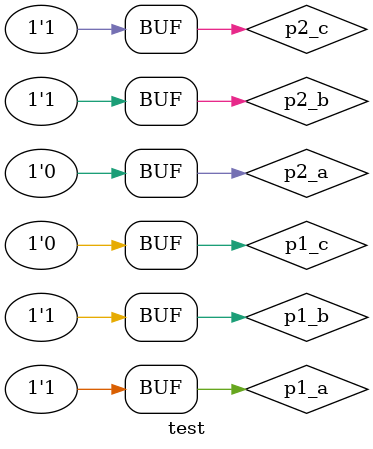
<source format=v>

module batalha(
	input p1_a,
	input p1_b,
	input p1_c,
	input p2_a,
	input p2_b,
	input p2_c,
	output s1,
	output s2);


reg s2_r;

assign s2 = s2_r & ~s1;

reg [2:0] e;
wire [2:0] p1_bundle;
wire [2:0] p2_bundle;

assign p1_bundle = { p1_a, p1_b, p1_c };
assign p2_bundle = { p2_a, p2_b, p2_c };

always @(p1_bundle) begin
	case(p1_bundle)
		0: e <= 5;
		1: e <= 4;
		2: e <= 2;
		3: e <= 1;
		4: e <= 7;
		5: e <= 6;
		6: e <= 3;
		7: e <= 0;
	endcase
end

assign s1 = (p1_a == p1_b) & (p1_b == p1_c);

always @(e, p2_bundle)
begin
	s2_r <= e == p2_bundle;
end

endmodule


module test;

reg p1_a, p1_b, p1_c, p2_a, p2_b, p2_c;
wire s1, s2;

batalha B(p1_a, p1_b, p1_c, p2_a, p2_b, p2_c, s1, s2);


initial begin
	$dumpvars(0, B);
	#2;
	p1_a <= 0; p1_b <= 0; p1_c <= 0; p2_a <= 0; p2_b <= 0; p2_c <= 0;
	#2;
	p1_a <= 1; p1_b <= 1; p1_c <= 0; p2_a <= 1; p2_b <= 0; p2_c <= 1;
	#2;
	p1_a <= 0; p1_b <= 0; p1_c <= 1; p2_a <= 0; p2_b <= 1; p2_c <= 1;
	#2;
	p1_a <= 1; p1_b <= 1; p1_c <= 0; p2_a <= 0; p2_b <= 1; p2_c <= 1;
	#2;
end

endmodule

</source>
